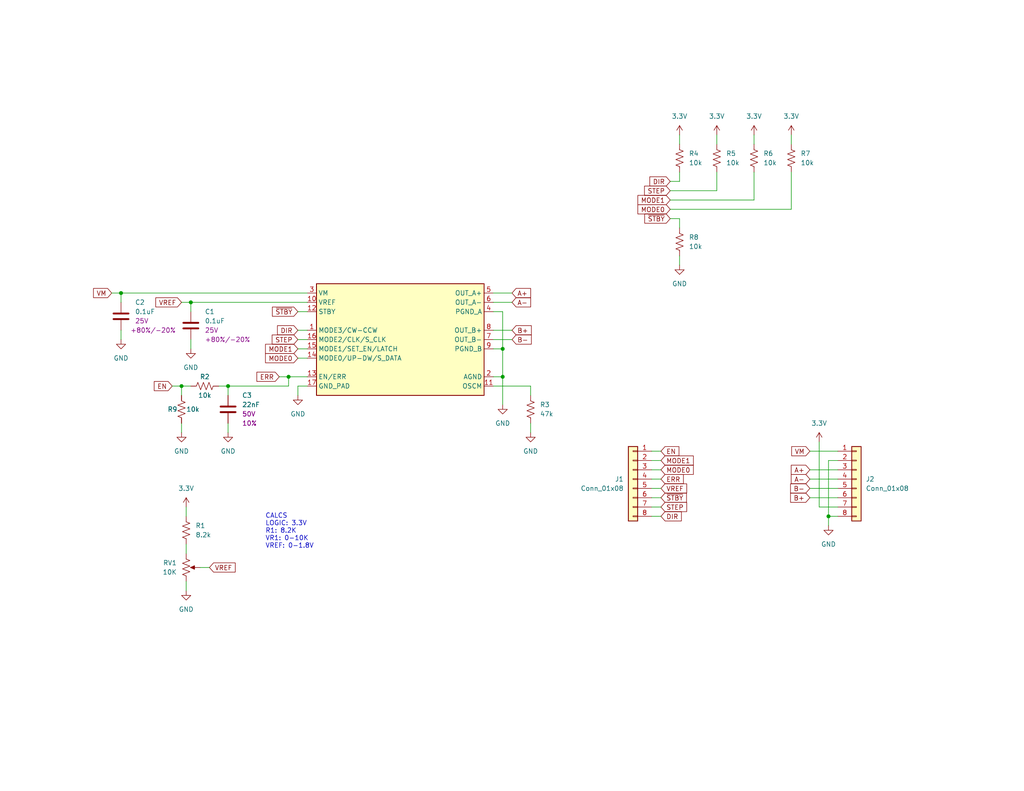
<source format=kicad_sch>
(kicad_sch (version 20230121) (generator eeschema)
  (paper "USLetter")
  (title_block (title "SparkFun Stepper Motor Carrier TC78H670FTG") (date "2024-02-16") (rev "v01"))
  (lib_symbols
    (symbol "SparkFun-Capacitor:0.1uF_0603_25V_20%" (pin_numbers hide) (pin_names (offset 0.254))
      (property "Reference" "C" (at 0.635 2.54 0))
      (property "Value" "0.1uF" (at 0.635 -2.54 0))
      (property "Voltage" "25V" (at 0 -6.35 0))
      (property "Tolerance" "+80%/-20%" (at 0 -8.89 0))
      (symbol "0.1uF_0603_25V_20%_0_1"
        (polyline (pts (xy -2.032 -0.762) (xy 2.032 -0.762)) (stroke (width 0.508)))
        (polyline (pts (xy -2.032 0.762) (xy 2.032 0.762)) (stroke (width 0.508)))
      )
      (symbol "0.1uF_0603_25V_20%_1_1"
        (pin passive line (at 0 3.81 270) (length 2.794) (name "~") (number "1"))
        (pin passive line (at 0 -3.81 90) (length 2.794) (name "~") (number "2"))
      )
    )
    (symbol "SparkFun-Capacitor:22nF_0603_50V_10%" (pin_numbers hide) (pin_names (offset 0.254))
      (property "Reference" "C" (at 0.635 2.54 0))
      (property "Value" "22nF" (at 0.635 -2.54 0))
      (property "Voltage" "50V" (at 0 -6.35 0))
      (property "Tolerance" "10%" (at 0 -8.89 0))
      (symbol "22nF_0603_50V_10%_0_1"
        (polyline (pts (xy -2.032 -0.762) (xy 2.032 -0.762)) (stroke (width 0.508)))
        (polyline (pts (xy -2.032 0.762) (xy 2.032 0.762)) (stroke (width 0.508)))
      )
      (symbol "22nF_0603_50V_10%_1_1"
        (pin passive line (at 0 3.81 270) (length 2.794) (name "~") (number "1"))
        (pin passive line (at 0 -3.81 90) (length 2.794) (name "~") (number "2"))
      )
    )
    (symbol "SparkFun-Connector:Conn_01x08" (pin_names (offset 1.016) hide)
      (property "Reference" "J" (at 0 10.16 0))
      (property "Value" "Conn_01x08" (at 0 -12.7 0))
      (symbol "Conn_01x08_1_1"
        (rectangle (start -1.27 -10.033) (end 0 -10.287) (stroke (width 0.1524)))
        (rectangle (start -1.27 -7.493) (end 0 -7.747) (stroke (width 0.1524)))
        (rectangle (start -1.27 -4.953) (end 0 -5.207) (stroke (width 0.1524)))
        (rectangle (start -1.27 -2.413) (end 0 -2.667) (stroke (width 0.1524)))
        (rectangle (start -1.27 0.127) (end 0 -0.127) (stroke (width 0.1524)))
        (rectangle (start -1.27 2.667) (end 0 2.413) (stroke (width 0.1524)))
        (rectangle (start -1.27 5.207) (end 0 4.953) (stroke (width 0.1524)))
        (rectangle (start -1.27 7.747) (end 0 7.493) (stroke (width 0.1524)))
        (rectangle (start -1.27 8.89) (end 1.27 -11.43) (stroke (width 0.254)) (fill (type background)))
        (pin passive line (at -5.08 7.62 0) (length 3.81) (name "Pin_1") (number "1"))
        (pin passive line (at -5.08 5.08 0) (length 3.81) (name "Pin_2") (number "2"))
        (pin passive line (at -5.08 2.54 0) (length 3.81) (name "Pin_3") (number "3"))
        (pin passive line (at -5.08 0 0) (length 3.81) (name "Pin_4") (number "4"))
        (pin passive line (at -5.08 -2.54 0) (length 3.81) (name "Pin_5") (number "5"))
        (pin passive line (at -5.08 -5.08 0) (length 3.81) (name "Pin_6") (number "6"))
        (pin passive line (at -5.08 -7.62 0) (length 3.81) (name "Pin_7") (number "7"))
        (pin passive line (at -5.08 -10.16 0) (length 3.81) (name "Pin_8") (number "8"))
      )
    )
    (symbol "SparkFun-PowerSymbol:3.3V" (power) (pin_names (offset 0))
      (property "Value" "3.3V" (at 0 3.556 0))
      (symbol "3.3V_0_1"
        (polyline (pts (xy -0.762 1.27) (xy 0 2.54)))
        (polyline (pts (xy 0 0) (xy 0 2.54)))
        (polyline (pts (xy 0 2.54) (xy 0.762 1.27)))
      )
      (symbol "3.3V_1_1"
        (pin power_in line (at 0 0 90) (length 0) hide (name "3.3V") (number "1"))
      )
    )
    (symbol "SparkFun-PowerSymbol:GND" (power) (pin_names (offset 0))
      (property "Value" "GND" (at 0 -3.81 0))
      (symbol "GND_0_1"
        (polyline (pts (xy 0 0) (xy 0 -1.27) (xy 1.27 -1.27) (xy 0 -2.54) (xy -1.27 -1.27) (xy 0 -1.27)))
      )
      (symbol "GND_1_1"
        (pin power_in line (at 0 0 270) (length 0) hide (name "GND") (number "1"))
      )
    )
    (symbol "SparkFun-Resistor:10k_0603" (pin_numbers hide) (pin_names (offset 0))
      (property "Reference" "R" (at 0 -2.54 0))
      (property "Value" "10k" (at 0 2.54 0))
      (symbol "10k_0603_0_1"
        (polyline (pts (xy -2.286 0) (xy -2.54 0)))
        (polyline (pts (xy 2.286 0) (xy 2.54 0)))
        (polyline (pts (xy -0.762 0) (xy -1.143 -1.016) (xy -1.524 0) (xy -1.905 1.016) (xy -2.286 0)))
        (polyline (pts (xy 0.762 0) (xy 0.381 -1.016) (xy 0 0) (xy -0.381 1.016) (xy -0.762 0)))
        (polyline (pts (xy 2.286 0) (xy 1.905 -1.016) (xy 1.524 0) (xy 1.143 1.016) (xy 0.762 0)))
      )
      (symbol "10k_0603_1_1"
        (pin passive line (at 3.81 0 180) (length 1.27) (name "~") (number "1"))
        (pin passive line (at -3.81 0 0) (length 1.27) (name "~") (number "2"))
      )
    )
    (symbol "SparkFun-Resistor:47k_0603" (pin_numbers hide) (pin_names (offset 0))
      (property "Reference" "R" (at 0 -2.54 0))
      (property "Value" "47k" (at 0 2.54 0))
      (symbol "47k_0603_0_1"
        (polyline (pts (xy -2.286 0) (xy -2.54 0)))
        (polyline (pts (xy 2.286 0) (xy 2.54 0)))
        (polyline (pts (xy -0.762 0) (xy -1.143 -1.016) (xy -1.524 0) (xy -1.905 1.016) (xy -2.286 0)))
        (polyline (pts (xy 0.762 0) (xy 0.381 -1.016) (xy 0 0) (xy -0.381 1.016) (xy -0.762 0)))
        (polyline (pts (xy 2.286 0) (xy 1.905 -1.016) (xy 1.524 0) (xy 1.143 1.016) (xy 0.762 0)))
      )
      (symbol "47k_0603_1_1"
        (pin passive line (at 3.81 0 180) (length 1.27) (name "~") (number "1"))
        (pin passive line (at -3.81 0 0) (length 1.27) (name "~") (number "2"))
      )
    )
    (symbol "SparkFun-Resistor:8.2k_0603" (pin_numbers hide) (pin_names (offset 0))
      (property "Reference" "R" (at 0 -2.54 0))
      (property "Value" "8.2k" (at 0 2.54 0))
      (symbol "8.2k_0603_0_1"
        (polyline (pts (xy -2.286 0) (xy -2.54 0)))
        (polyline (pts (xy 2.286 0) (xy 2.54 0)))
        (polyline (pts (xy -0.762 0) (xy -1.143 -1.016) (xy -1.524 0) (xy -1.905 1.016) (xy -2.286 0)))
        (polyline (pts (xy 0.762 0) (xy 0.381 -1.016) (xy 0 0) (xy -0.381 1.016) (xy -0.762 0)))
        (polyline (pts (xy 2.286 0) (xy 1.905 -1.016) (xy 1.524 0) (xy 1.143 1.016) (xy 0.762 0)))
      )
      (symbol "8.2k_0603_1_1"
        (pin passive line (at 3.81 0 180) (length 1.27) (name "~") (number "1"))
        (pin passive line (at -3.81 0 0) (length 1.27) (name "~") (number "2"))
      )
    )
    (symbol "SparkFun-Resistor:R_Trimpot_SMD_3MM_Closed" (pin_numbers hide) (pin_names (offset 1.016) hide)
      (property "Reference" "RV1" (at 0 2.54 0))
      (property "Value" "10K" (at 2.54 -2.54 0))
      (symbol "R_Trimpot_SMD_3MM_Closed_0_1"
        (polyline (pts (xy -2.286 0) (xy -2.54 0)))
        (polyline (pts (xy 0 -2.54) (xy 0 -1.524)))
        (polyline (pts (xy 2.54 0) (xy 2.286 0)))
        (polyline (pts (xy 0 -1.143) (xy 0.508 -2.286) (xy -0.508 -2.286) (xy 0 -1.143)) (fill (type outline)))
        (polyline (pts (xy -0.762 0) (xy -1.143 -1.016) (xy -1.524 0) (xy -1.905 1.016) (xy -2.286 0)))
        (polyline (pts (xy 0.762 0) (xy 0.381 -1.016) (xy 0 0) (xy -0.381 1.016) (xy -0.762 0)))
        (polyline (pts (xy 2.286 0) (xy 1.905 -1.016) (xy 1.524 0) (xy 1.143 1.016) (xy 0.762 0)))
      )
      (symbol "R_Trimpot_SMD_3MM_Closed_1_1"
        (pin passive line (at 3.81 0 180) (length 1.27) (name "~") (number "1"))
        (pin passive line (at 0 -3.81 90) (length 1.27) (name "~") (number "2"))
        (pin passive line (at -3.81 0 0) (length 1.27) (name "~") (number "3"))
      )
    )
    (symbol "SparkFun_ProDriver_TC78H670FTG-eagle-import:TC78H670FTG"
      (symbol "TC78H670FTG_1_0"
        (rectangle (start -22.86 12.7) (end 22.86 -17.78) (stroke (width 0.254)) (fill (type background)))
        (pin input line (at -25.4 0 0) (length 2.54) (name "MODE3/CW-CCW") (number "1"))
        (pin bidirectional line (at -25.4 7.62 0) (length 2.54) (name "VREF") (number "10"))
        (pin bidirectional line (at 25.4 -15.24 180) (length 2.54) (name "OSCM") (number "11"))
        (pin input line (at -25.4 5.08 0) (length 2.54) (name "STBY") (number "12"))
        (pin bidirectional line (at -25.4 -12.7 0) (length 2.54) (name "EN/ERR") (number "13"))
        (pin input line (at -25.4 -7.62 0) (length 2.54) (name "MODE0/UP-DW/S_DATA") (number "14"))
        (pin input line (at -25.4 -5.08 0) (length 2.54) (name "MODE1/SET_EN/LATCH") (number "15"))
        (pin input line (at -25.4 -2.54 0) (length 2.54) (name "MODE2/CLK/S_CLK") (number "16"))
        (pin bidirectional line (at -25.4 -15.24 0) (length 2.54) (name "GND_PAD") (number "17"))
        (pin bidirectional line (at 25.4 -12.7 180) (length 2.54) (name "AGND") (number "2"))
        (pin power_in line (at -25.4 10.16 0) (length 2.54) (name "VM") (number "3"))
        (pin bidirectional line (at 25.4 5.08 180) (length 2.54) (name "PGND_A") (number "4"))
        (pin output line (at 25.4 10.16 180) (length 2.54) (name "OUT_A+") (number "5"))
        (pin output line (at 25.4 7.62 180) (length 2.54) (name "OUT_A-") (number "6"))
        (pin output line (at 25.4 -2.54 180) (length 2.54) (name "OUT_B-") (number "7"))
        (pin output line (at 25.4 0 180) (length 2.54) (name "OUT_B+") (number "8"))
        (pin bidirectional line (at 25.4 -5.08 180) (length 2.54) (name "PGND_B") (number "9"))
      )
    )
  )
  (junction (at 78.74 102.87))
  (junction (at 33.02 80.01))
  (junction (at 137.16 95.25))
  (junction (at 52.07 82.55))
  (junction (at 49.53 105.41))
  (junction (at 226.06 140.97))
  (junction (at 62.23 105.41))
  (junction (at 137.16 102.87))
  (wire (pts (xy 177.8 130.81) (xy 180.34 130.81)))
  (wire (pts (xy 177.8 135.89) (xy 180.34 135.89)))
  (wire (pts (xy 62.23 105.41) (xy 62.23 107.95)))
  (wire (pts (xy 185.42 49.53) (xy 182.88 49.53)))
  (wire (pts (xy 139.7 90.17) (xy 134.62 90.17)))
  (wire (pts (xy 137.16 110.49) (xy 137.16 102.87)))
  (wire (pts (xy 205.74 46.99) (xy 205.74 54.61)))
  (wire (pts (xy 134.62 105.41) (xy 144.78 105.41)))
  (wire (pts (xy 49.53 105.41) (xy 46.99 105.41)))
  (wire (pts (xy 59.69 105.41) (xy 62.23 105.41)))
  (wire (pts (xy 226.06 140.97) (xy 226.06 143.51)))
  (wire (pts (xy 220.98 123.19) (xy 228.6 123.19)))
  (wire (pts (xy 49.53 118.11) (xy 49.53 115.57)))
  (wire (pts (xy 49.53 82.55) (xy 52.07 82.55)))
  (wire (pts (xy 215.9 57.15) (xy 215.9 46.99)))
  (wire (pts (xy 177.8 133.35) (xy 180.34 133.35)))
  (wire (pts (xy 139.7 82.55) (xy 134.62 82.55)))
  (wire (pts (xy 144.78 118.11) (xy 144.78 115.57)))
  (wire (pts (xy 177.8 140.97) (xy 180.34 140.97)))
  (wire (pts (xy 195.58 36.83) (xy 195.58 39.37)))
  (wire (pts (xy 62.23 118.11) (xy 62.23 115.57)))
  (wire (pts (xy 185.42 59.69) (xy 182.88 59.69)))
  (wire (pts (xy 228.6 125.73) (xy 226.06 125.73)))
  (wire (pts (xy 220.98 130.81) (xy 228.6 130.81)))
  (wire (pts (xy 185.42 46.99) (xy 185.42 49.53)))
  (wire (pts (xy 220.98 133.35) (xy 228.6 133.35)))
  (wire (pts (xy 215.9 36.83) (xy 215.9 39.37)))
  (wire (pts (xy 134.62 95.25) (xy 137.16 95.25)))
  (wire (pts (xy 139.7 80.01) (xy 134.62 80.01)))
  (wire (pts (xy 52.07 82.55) (xy 83.82 82.55)))
  (wire (pts (xy 134.62 85.09) (xy 137.16 85.09)))
  (wire (pts (xy 83.82 92.71) (xy 81.28 92.71)))
  (wire (pts (xy 54.61 154.94) (xy 57.15 154.94)))
  (wire (pts (xy 52.07 92.71) (xy 52.07 95.25)))
  (wire (pts (xy 220.98 128.27) (xy 228.6 128.27)))
  (wire (pts (xy 137.16 95.25) (xy 137.16 102.87)))
  (wire (pts (xy 78.74 102.87) (xy 83.82 102.87)))
  (wire (pts (xy 228.6 138.43) (xy 223.52 138.43)))
  (wire (pts (xy 83.82 90.17) (xy 81.28 90.17)))
  (wire (pts (xy 195.58 46.99) (xy 195.58 52.07)))
  (wire (pts (xy 177.8 125.73) (xy 180.34 125.73)))
  (wire (pts (xy 185.42 72.39) (xy 185.42 69.85)))
  (wire (pts (xy 226.06 125.73) (xy 226.06 140.97)))
  (wire (pts (xy 30.48 80.01) (xy 33.02 80.01)))
  (wire (pts (xy 137.16 85.09) (xy 137.16 95.25)))
  (wire (pts (xy 139.7 92.71) (xy 134.62 92.71)))
  (wire (pts (xy 33.02 80.01) (xy 83.82 80.01)))
  (wire (pts (xy 81.28 107.95) (xy 81.28 105.41)))
  (wire (pts (xy 78.74 102.87) (xy 78.74 105.41)))
  (wire (pts (xy 81.28 105.41) (xy 83.82 105.41)))
  (wire (pts (xy 76.2 102.87) (xy 78.74 102.87)))
  (wire (pts (xy 83.82 85.09) (xy 81.28 85.09)))
  (wire (pts (xy 33.02 80.01) (xy 33.02 82.55)))
  (wire (pts (xy 185.42 36.83) (xy 185.42 39.37)))
  (wire (pts (xy 177.8 123.19) (xy 180.34 123.19)))
  (wire (pts (xy 52.07 105.41) (xy 49.53 105.41)))
  (wire (pts (xy 62.23 105.41) (xy 78.74 105.41)))
  (wire (pts (xy 205.74 36.83) (xy 205.74 39.37)))
  (wire (pts (xy 50.8 148.59) (xy 50.8 151.13)))
  (wire (pts (xy 177.8 128.27) (xy 180.34 128.27)))
  (wire (pts (xy 177.8 138.43) (xy 180.34 138.43)))
  (wire (pts (xy 33.02 90.17) (xy 33.02 92.71)))
  (wire (pts (xy 83.82 95.25) (xy 81.28 95.25)))
  (wire (pts (xy 49.53 105.41) (xy 49.53 107.95)))
  (wire (pts (xy 185.42 59.69) (xy 185.42 62.23)))
  (wire (pts (xy 182.88 52.07) (xy 195.58 52.07)))
  (wire (pts (xy 83.82 97.79) (xy 81.28 97.79)))
  (wire (pts (xy 223.52 120.65) (xy 223.52 138.43)))
  (wire (pts (xy 52.07 82.55) (xy 52.07 85.09)))
  (wire (pts (xy 182.88 54.61) (xy 205.74 54.61)))
  (wire (pts (xy 226.06 140.97) (xy 228.6 140.97)))
  (wire (pts (xy 134.62 102.87) (xy 137.16 102.87)))
  (wire (pts (xy 220.98 135.89) (xy 228.6 135.89)))
  (wire (pts (xy 182.88 57.15) (xy 215.9 57.15)))
  (wire (pts (xy 50.8 138.43) (xy 50.8 140.97)))
  (wire (pts (xy 50.8 158.75) (xy 50.8 161.29)))
  (wire (pts (xy 144.78 107.95) (xy 144.78 105.41)))
  (text "CALCS\nLOGIC: 3.3V\nR1: 8.2K\nVR1: 0-10K\nVREF: 0-1.8V" (at 72.39 149.86 0) (effects (font (size 1.27 1.27)) (justify left bottom)))
  (global_label "A-" (shape input) (at 139.7 82.55 0) (property "Intersheetrefs" "${INTERSHEET_REFS}" (effects hide)))
  (global_label "VREF" (shape input) (at 49.53 82.55 180) (property "Intersheetrefs" "${INTERSHEET_REFS}" (effects hide)))
  (global_label "~{STBY}" (shape input) (at 81.28 85.09 180) (property "Intersheetrefs" "${INTERSHEET_REFS}" (effects hide)))
  (global_label "EN" (shape input) (at 46.99 105.41 180) (property "Intersheetrefs" "${INTERSHEET_REFS}" (effects hide)))
  (global_label "STEP" (shape input) (at 180.34 138.43 0) (property "Intersheetrefs" "${INTERSHEET_REFS}" (effects hide)))
  (global_label "A+" (shape input) (at 139.7 80.01 0) (property "Intersheetrefs" "${INTERSHEET_REFS}" (effects hide)))
  (global_label "B-" (shape input) (at 220.98 133.35 180) (property "Intersheetrefs" "${INTERSHEET_REFS}" (effects hide)))
  (global_label "STEP" (shape input) (at 182.88 52.07 180) (property "Intersheetrefs" "${INTERSHEET_REFS}" (effects hide)))
  (global_label "STEP" (shape input) (at 81.28 92.71 180) (property "Intersheetrefs" "${INTERSHEET_REFS}" (effects hide)))
  (global_label "VM" (shape input) (at 30.48 80.01 180) (property "Intersheetrefs" "${INTERSHEET_REFS}" (effects hide)))
  (global_label "MODE0" (shape input) (at 180.34 128.27 0) (property "Intersheetrefs" "${INTERSHEET_REFS}" (effects hide)))
  (global_label "EN" (shape input) (at 180.34 123.19 0) (property "Intersheetrefs" "${INTERSHEET_REFS}" (effects hide)))
  (global_label "~{STBY}" (shape input) (at 180.34 135.89 0) (property "Intersheetrefs" "${INTERSHEET_REFS}" (effects hide)))
  (global_label "VREF" (shape input) (at 57.15 154.94 0) (property "Intersheetrefs" "${INTERSHEET_REFS}" (effects hide)))
  (global_label "~{STBY}" (shape input) (at 182.88 59.69 180) (property "Intersheetrefs" "${INTERSHEET_REFS}" (effects hide)))
  (global_label "MODE0" (shape input) (at 182.88 57.15 180) (property "Intersheetrefs" "${INTERSHEET_REFS}" (effects hide)))
  (global_label "B-" (shape input) (at 139.7 92.71 0) (property "Intersheetrefs" "${INTERSHEET_REFS}" (effects hide)))
  (global_label "ERR" (shape input) (at 76.2 102.87 180) (property "Intersheetrefs" "${INTERSHEET_REFS}" (effects hide)))
  (global_label "DIR" (shape input) (at 180.34 140.97 0) (property "Intersheetrefs" "${INTERSHEET_REFS}" (effects hide)))
  (global_label "MODE1" (shape input) (at 180.34 125.73 0) (property "Intersheetrefs" "${INTERSHEET_REFS}" (effects hide)))
  (global_label "MODE1" (shape input) (at 182.88 54.61 180) (property "Intersheetrefs" "${INTERSHEET_REFS}" (effects hide)))
  (global_label "A-" (shape input) (at 220.98 130.81 180) (property "Intersheetrefs" "${INTERSHEET_REFS}" (effects hide)))
  (global_label "A+" (shape input) (at 220.98 128.27 180) (property "Intersheetrefs" "${INTERSHEET_REFS}" (effects hide)))
  (global_label "VREF" (shape input) (at 180.34 133.35 0) (property "Intersheetrefs" "${INTERSHEET_REFS}" (effects hide)))
  (global_label "VM" (shape input) (at 220.98 123.19 180) (property "Intersheetrefs" "${INTERSHEET_REFS}" (effects hide)))
  (global_label "B+" (shape input) (at 139.7 90.17 0) (property "Intersheetrefs" "${INTERSHEET_REFS}" (effects hide)))
  (global_label "DIR" (shape input) (at 81.28 90.17 180) (property "Intersheetrefs" "${INTERSHEET_REFS}" (effects hide)))
  (global_label "MODE1" (shape input) (at 81.28 95.25 180) (property "Intersheetrefs" "${INTERSHEET_REFS}" (effects hide)))
  (global_label "MODE0" (shape input) (at 81.28 97.79 180) (property "Intersheetrefs" "${INTERSHEET_REFS}" (effects hide)))
  (global_label "DIR" (shape input) (at 182.88 49.53 180) (property "Intersheetrefs" "${INTERSHEET_REFS}" (effects hide)))
  (global_label "B+" (shape input) (at 220.98 135.89 180) (property "Intersheetrefs" "${INTERSHEET_REFS}" (effects hide)))
  (global_label "ERR" (shape input) (at 180.34 130.81 0) (property "Intersheetrefs" "${INTERSHEET_REFS}" (effects hide)))
  (symbol (lib_id "SparkFun-PowerSymbol:3.3V") (at 223.52 120.65 0) (unit 1)
    (property "Reference" "#PWR05" (effects hide))
    (property "Value" "3.3V" (at 223.52 115.57 0))
  )
  (symbol (lib_id "SparkFun-Resistor:10k_0603") (at 185.42 43.18 90) (unit 1)
    (property "Reference" "R4" (at 187.96 41.91 90) (effects (justify right)))
    (property "Value" "10k" (at 187.96 44.45 90) (effects (justify right)))
    (property "Footprint" "SparkFun-Resistor:R_0603_1608Metric" (effects hide))
    (property "Datasheet" "https://www.vishay.com/docs/20035/dcrcwe3.pdf" (effects hide))
    (property "PROD_ID" "RES-00824" (effects hide))
  )
  (symbol (lib_id "SparkFun-Resistor:10k_0603") (at 195.58 43.18 90) (unit 1)
    (property "Reference" "R5" (at 198.12 41.91 90) (effects (justify right)))
    (property "Value" "10k" (at 198.12 44.45 90) (effects (justify right)))
    (property "Footprint" "SparkFun-Resistor:R_0603_1608Metric" (effects hide))
    (property "Datasheet" "https://www.vishay.com/docs/20035/dcrcwe3.pdf" (effects hide))
    (property "PROD_ID" "RES-00824" (effects hide))
  )
  (symbol (lib_id "SparkFun-PowerSymbol:GND") (at 52.07 95.25 0) (unit 1)
    (property "Reference" "#PWR08" (effects hide))
    (property "Value" "GND" (at 52.07 100.33 0))
  )
  (symbol (lib_id "SparkFun-PowerSymbol:GND") (at 226.06 143.51 0) (unit 1)
    (property "Reference" "#PWR01" (effects hide))
    (property "Value" "GND" (at 226.06 148.59 0))
  )
  (symbol (lib_id "SparkFun-PowerSymbol:3.3V") (at 205.74 36.83 0) (unit 1)
    (property "Reference" "#PWR014" (effects hide))
    (property "Value" "3.3V" (at 205.74 31.75 0))
  )
  (symbol (lib_id "SparkFun-PowerSymbol:GND") (at 185.42 72.39 0) (unit 1)
    (property "Reference" "#PWR011" (effects hide))
    (property "Value" "GND" (at 185.42 77.47 0))
  )
  (symbol (lib_id "SparkFun-Resistor:10k_0603") (at 215.9 43.18 90) (unit 1)
    (property "Reference" "R7" (at 218.44 41.91 90) (effects (justify right)))
    (property "Value" "10k" (at 218.44 44.45 90) (effects (justify right)))
    (property "Footprint" "SparkFun-Resistor:R_0603_1608Metric" (effects hide))
    (property "Datasheet" "https://www.vishay.com/docs/20035/dcrcwe3.pdf" (effects hide))
    (property "PROD_ID" "RES-00824" (effects hide))
  )
  (symbol (lib_id "SparkFun-Resistor:8.2k_0603") (at 50.8 144.78 90) (unit 1)
    (property "Reference" "R1" (at 53.34 143.51 90) (effects (justify right)))
    (property "Value" "8.2k" (at 53.34 146.05 90) (effects (justify right)))
    (property "Footprint" "SparkFun-Resistor:R_0603_1608Metric" (effects hide))
    (property "Datasheet" "https://www.yageo.com/upload/media/product/products/datasheet/rchip/PYu-RC_Group_51_RoHS_L_12.pdf" (effects hide))
    (property "PROD_ID" "RES-10646" (effects hide))
  )
  (symbol (lib_id "SparkFun-PowerSymbol:GND") (at 50.8 161.29 0) (unit 1)
    (property "Reference" "#PWR06" (effects hide))
    (property "Value" "GND" (at 50.8 166.37 0))
  )
  (symbol (lib_id "SparkFun-PowerSymbol:3.3V") (at 185.42 36.83 0) (unit 1)
    (property "Reference" "#PWR012" (effects hide))
    (property "Value" "3.3V" (at 185.42 31.75 0))
  )
  (symbol (lib_id "SparkFun-PowerSymbol:GND") (at 33.02 92.71 0) (unit 1)
    (property "Reference" "#PWR09" (effects hide))
    (property "Value" "GND" (at 33.02 97.79 0))
  )
  (symbol (lib_id "SparkFun-PowerSymbol:GND") (at 137.16 110.49 0) (unit 1)
    (property "Reference" "#PWR03" (effects hide))
    (property "Value" "GND" (at 137.16 115.57 0))
  )
  (symbol (lib_id "SparkFun-PowerSymbol:GND") (at 144.78 118.11 0) (unit 1)
    (property "Reference" "#PWR010" (effects hide))
    (property "Value" "GND" (at 144.78 123.19 0))
  )
  (symbol (lib_id "SparkFun-Resistor:10k_0603") (at 185.42 66.04 90) (unit 1)
    (property "Reference" "R8" (at 187.96 64.77 90) (effects (justify right)))
    (property "Value" "10k" (at 187.96 67.31 90) (effects (justify right)))
    (property "Footprint" "SparkFun-Resistor:R_0603_1608Metric" (effects hide))
    (property "Datasheet" "https://www.vishay.com/docs/20035/dcrcwe3.pdf" (effects hide))
    (property "PROD_ID" "RES-00824" (effects hide))
  )
  (symbol (lib_id "SparkFun-PowerSymbol:GND") (at 81.28 107.95 0) (unit 1)
    (property "Reference" "#PWR02" (effects hide))
    (property "Value" "GND" (at 81.28 113.03 0))
  )
  (symbol (lib_id "SparkFun-Resistor:10k_0603") (at 49.53 111.76 90) (unit 1)
    (property "Reference" "R9" (at 45.72 111.76 90) (effects (justify right)))
    (property "Value" "10k" (at 50.8 111.76 90) (effects (justify right)))
    (property "Footprint" "SparkFun-Resistor:R_0603_1608Metric" (effects hide))
    (property "Datasheet" "https://www.vishay.com/docs/20035/dcrcwe3.pdf" (effects hide))
    (property "PROD_ID" "RES-00824" (effects hide))
  )
  (symbol (lib_id "SparkFun-Capacitor:0.1uF_0603_25V_20%") (at 52.07 88.9 0) (unit 1)
    (property "Reference" "C1" (at 55.88 85.09 0) (effects (justify left)))
    (property "Value" "0.1uF" (at 55.88 87.63 0) (effects (justify left)))
    (property "Footprint" "SparkFun-Capacitor:C_0603_1608Metric" (effects hide))
    (property "Datasheet" "https://cdn.sparkfun.com/assets/8/a/4/a/5/Kemet_Capacitor_Datasheet.pdf" (effects hide))
    (property "PROD_ID" "CAP-00810" (effects hide))
    (property "Voltage" "25V" (at 55.88 90.17 0) (effects (justify left)))
    (property "Tolerance" "+80%/-20%" (at 55.88 92.71 0) (effects (justify left)))
  )
  (symbol (lib_id "SparkFun-Resistor:47k_0603") (at 144.78 111.76 90) (unit 1)
    (property "Reference" "R3" (at 147.32 110.49 90) (effects (justify right)))
    (property "Value" "47k" (at 147.32 113.03 90) (effects (justify right)))
    (property "Footprint" "SparkFun-Resistor:R_0603_1608Metric" (effects hide))
    (property "Datasheet" "https://www.vishay.com/docs/20035/dcrcwe3.pdf" (effects hide))
    (property "PROD_ID" "RES-07871" (effects hide))
  )
  (symbol (lib_id "SparkFun-PowerSymbol:3.3V") (at 215.9 36.83 0) (unit 1)
    (property "Reference" "#PWR015" (effects hide))
    (property "Value" "3.3V" (at 215.9 31.75 0))
  )
  (symbol (lib_id "SparkFun-Resistor:R_Trimpot_SMD_3MM_Closed") (at 50.8 154.94 90) (unit 1)
    (property "Reference" "RV1" (at 48.26 153.67 90) (effects (justify left)))
    (property "Value" "10K" (at 48.26 156.21 90) (effects (justify left)))
    (property "Footprint" "SparkFun-Resistor:TRIMPOT-SMD-3MM-CLOSED" (effects hide))
    (property "PROD_ID" "RES-09285" (effects hide))
  )
  (symbol (lib_id "SparkFun-Capacitor:22nF_0603_50V_10%") (at 62.23 111.76 0) (unit 1)
    (property "Reference" "C3" (at 66.04 107.95 0) (effects (justify left)))
    (property "Value" "22nF" (at 66.04 110.49 0) (effects (justify left)))
    (property "Footprint" "SparkFun-Capacitor:C_0603_1608Metric" (effects hide))
    (property "Datasheet" "https://www.niccomp.com/products/catalog/nmc2.pdf" (effects hide))
    (property "PROD_ID" "CAP-07885" (effects hide))
    (property "Voltage" "50V" (at 66.04 113.03 0) (effects (justify left)))
    (property "Tolerance" "10%" (at 66.04 115.57 0) (effects (justify left)))
  )
  (symbol (lib_id "SparkFun-PowerSymbol:3.3V") (at 50.8 138.43 0) (unit 1)
    (property "Reference" "#PWR07" (effects hide))
    (property "Value" "3.3V" (at 50.8 133.35 0))
  )
  (symbol (lib_id "SparkFun-Connector:Conn_01x08") (at 233.68 130.81 0) (unit 1)
    (property "Reference" "J2" (at 236.22 130.81 0) (effects (justify left)))
    (property "Value" "Conn_01x08" (at 236.22 133.35 0) (effects (justify left)))
    (property "Footprint" "SparkFun-Connector:1X08" (effects hide))
  )
  (symbol (lib_id "SparkFun_ProDriver_TC78H670FTG-eagle-import:TC78H670FTG") (at 109.22 90.17 0) (unit 1)
    (property "Reference" "U1" (effects hide))
    (property "Footprint" "SparkFun-IC-Special-Function:P-VQFN16-0303-0.50-001" (effects hide))
    (property "PROD_ID" "IC-15170" (effects hide))
  )
  (symbol (lib_id "SparkFun-Resistor:10k_0603") (at 205.74 43.18 90) (unit 1)
    (property "Reference" "R6" (at 208.28 41.91 90) (effects (justify right)))
    (property "Value" "10k" (at 208.28 44.45 90) (effects (justify right)))
    (property "Footprint" "SparkFun-Resistor:R_0603_1608Metric" (effects hide))
    (property "Datasheet" "https://www.vishay.com/docs/20035/dcrcwe3.pdf" (effects hide))
    (property "PROD_ID" "RES-00824" (effects hide))
  )
  (symbol (lib_id "SparkFun-PowerSymbol:GND") (at 62.23 118.11 0) (unit 1)
    (property "Reference" "#PWR017" (effects hide))
    (property "Value" "GND" (at 62.23 123.19 0))
  )
  (symbol (lib_id "SparkFun-PowerSymbol:3.3V") (at 195.58 36.83 0) (unit 1)
    (property "Reference" "#PWR013" (effects hide))
    (property "Value" "3.3V" (at 195.58 31.75 0))
  )
  (symbol (lib_id "SparkFun-PowerSymbol:GND") (at 49.53 118.11 0) (unit 1)
    (property "Reference" "#PWR016" (effects hide))
    (property "Value" "GND" (at 49.53 123.19 0))
  )
  (symbol (lib_id "SparkFun-Connector:Conn_01x08") (at 172.72 130.81 0) (mirror y) (unit 1)
    (property "Reference" "J1" (at 170.18 130.81 0) (effects (justify left)))
    (property "Value" "Conn_01x08" (at 170.18 133.35 0) (effects (justify left)))
    (property "Footprint" "SparkFun-Connector:1X08" (effects hide))
  )
  (symbol (lib_id "SparkFun-Capacitor:0.1uF_0603_25V_20%") (at 33.02 86.36 0) (unit 1)
    (property "Reference" "C2" (at 36.83 82.55 0) (effects (justify left)))
    (property "Value" "0.1uF" (at 36.83 85.09 0) (effects (justify left)))
    (property "Footprint" "SparkFun-Capacitor:C_0603_1608Metric" (effects hide))
    (property "Datasheet" "https://cdn.sparkfun.com/assets/8/a/4/a/5/Kemet_Capacitor_Datasheet.pdf" (effects hide))
    (property "PROD_ID" "CAP-00810" (effects hide))
    (property "Voltage" "25V" (at 36.83 87.63 0) (effects (justify left)))
    (property "Tolerance" "+80%/-20%" (at 35.56 90.17 0) (effects (justify left)))
  )
  (symbol (lib_id "SparkFun-Resistor:10k_0603") (at 55.88 105.41 0) (unit 1)
    (property "Reference" "R2" (at 55.88 102.87 0))
    (property "Value" "10k" (at 55.88 107.95 0))
    (property "Footprint" "SparkFun-Resistor:R_0603_1608Metric" (effects hide))
    (property "Datasheet" "https://www.vishay.com/docs/20035/dcrcwe3.pdf" (effects hide))
    (property "PROD_ID" "RES-00824" (effects hide))
  )
)
</source>
